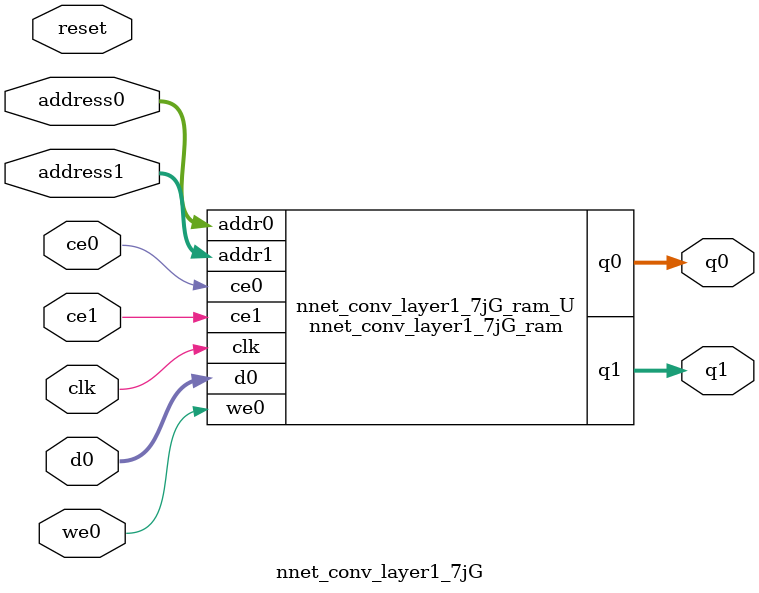
<source format=v>

`timescale 1 ns / 1 ps
module nnet_conv_layer1_7jG_ram (addr0, ce0, d0, we0, q0, addr1, ce1, q1,  clk);

parameter DWIDTH = 23;
parameter AWIDTH = 13;
parameter MEM_SIZE = 6728;

input[AWIDTH-1:0] addr0;
input ce0;
input[DWIDTH-1:0] d0;
input we0;
output reg[DWIDTH-1:0] q0;
input[AWIDTH-1:0] addr1;
input ce1;
output reg[DWIDTH-1:0] q1;
input clk;

(* ram_style = "block" *)reg [DWIDTH-1:0] ram[0:MEM_SIZE-1];




always @(posedge clk)  
begin 
    if (ce0) 
    begin
        if (we0) 
        begin 
            ram[addr0] <= d0; 
            q0 <= d0;
        end 
        else 
            q0 <= ram[addr0];
    end
end


always @(posedge clk)  
begin 
    if (ce1) 
    begin
            q1 <= ram[addr1];
    end
end


endmodule


`timescale 1 ns / 1 ps
module nnet_conv_layer1_7jG(
    reset,
    clk,
    address0,
    ce0,
    we0,
    d0,
    q0,
    address1,
    ce1,
    q1);

parameter DataWidth = 32'd23;
parameter AddressRange = 32'd6728;
parameter AddressWidth = 32'd13;
input reset;
input clk;
input[AddressWidth - 1:0] address0;
input ce0;
input we0;
input[DataWidth - 1:0] d0;
output[DataWidth - 1:0] q0;
input[AddressWidth - 1:0] address1;
input ce1;
output[DataWidth - 1:0] q1;



nnet_conv_layer1_7jG_ram nnet_conv_layer1_7jG_ram_U(
    .clk( clk ),
    .addr0( address0 ),
    .ce0( ce0 ),
    .d0( d0 ),
    .we0( we0 ),
    .q0( q0 ),
    .addr1( address1 ),
    .ce1( ce1 ),
    .q1( q1 ));

endmodule


</source>
